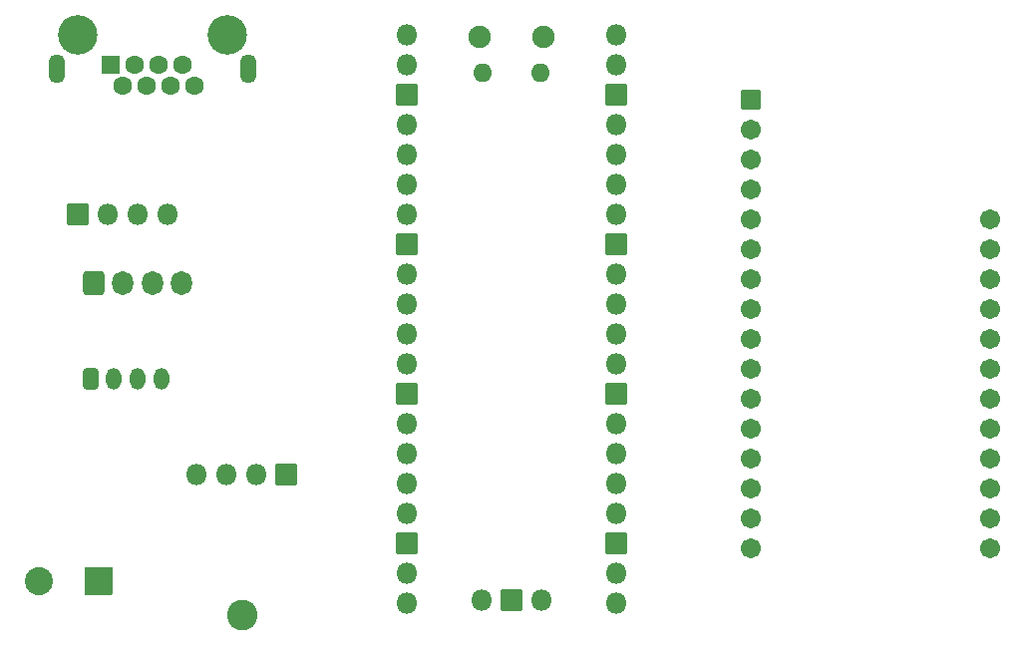
<source format=gbr>
G04 #@! TF.GenerationSoftware,KiCad,Pcbnew,7.0.1*
G04 #@! TF.CreationDate,2023-08-14T23:43:20-05:00*
G04 #@! TF.ProjectId,ControlInputTestRP2040Pico,436f6e74-726f-46c4-996e-707574546573,rev?*
G04 #@! TF.SameCoordinates,Original*
G04 #@! TF.FileFunction,Soldermask,Bot*
G04 #@! TF.FilePolarity,Negative*
%FSLAX46Y46*%
G04 Gerber Fmt 4.6, Leading zero omitted, Abs format (unit mm)*
G04 Created by KiCad (PCBNEW 7.0.1) date 2023-08-14 23:43:20*
%MOMM*%
%LPD*%
G01*
G04 APERTURE LIST*
G04 Aperture macros list*
%AMRoundRect*
0 Rectangle with rounded corners*
0 $1 Rounding radius*
0 $2 $3 $4 $5 $6 $7 $8 $9 X,Y pos of 4 corners*
0 Add a 4 corners polygon primitive as box body*
4,1,4,$2,$3,$4,$5,$6,$7,$8,$9,$2,$3,0*
0 Add four circle primitives for the rounded corners*
1,1,$1+$1,$2,$3*
1,1,$1+$1,$4,$5*
1,1,$1+$1,$6,$7*
1,1,$1+$1,$8,$9*
0 Add four rect primitives between the rounded corners*
20,1,$1+$1,$2,$3,$4,$5,0*
20,1,$1+$1,$4,$5,$6,$7,0*
20,1,$1+$1,$6,$7,$8,$9,0*
20,1,$1+$1,$8,$9,$2,$3,0*%
%AMHorizOval*
0 Thick line with rounded ends*
0 $1 width*
0 $2 $3 position (X,Y) of the first rounded end (center of the circle)*
0 $4 $5 position (X,Y) of the second rounded end (center of the circle)*
0 Add line between two ends*
20,1,$1,$2,$3,$4,$5,0*
0 Add two circle primitives to create the rounded ends*
1,1,$1,$2,$3*
1,1,$1,$4,$5*%
G04 Aperture macros list end*
%ADD10C,3.352000*%
%ADD11RoundRect,0.051000X0.750000X0.750000X-0.750000X0.750000X-0.750000X-0.750000X0.750000X-0.750000X0*%
%ADD12C,1.602000*%
%ADD13O,1.361000X2.464000*%
%ADD14RoundRect,0.051000X-0.800000X0.800000X-0.800000X-0.800000X0.800000X-0.800000X0.800000X0.800000X0*%
%ADD15C,1.702000*%
%ADD16RoundRect,0.051000X1.143000X1.143000X-1.143000X1.143000X-1.143000X-1.143000X1.143000X-1.143000X0*%
%ADD17C,2.388000*%
%ADD18HorizOval,2.602000X0.000000X0.000000X0.000000X0.000000X0*%
%ADD19RoundRect,0.051000X-0.850000X0.850000X-0.850000X-0.850000X0.850000X-0.850000X0.850000X0.850000X0*%
%ADD20O,1.802000X1.802000*%
%ADD21O,1.902000X1.902000*%
%ADD22O,1.602000X1.602000*%
%ADD23RoundRect,0.051000X-0.850000X-0.850000X0.850000X-0.850000X0.850000X0.850000X-0.850000X0.850000X0*%
%ADD24RoundRect,0.301000X-0.600000X-0.725000X0.600000X-0.725000X0.600000X0.725000X-0.600000X0.725000X0*%
%ADD25O,1.802000X2.052000*%
%ADD26RoundRect,0.051000X0.850000X-0.850000X0.850000X0.850000X-0.850000X0.850000X-0.850000X-0.850000X0*%
%ADD27RoundRect,0.301000X-0.350000X-0.625000X0.350000X-0.625000X0.350000X0.625000X-0.350000X0.625000X0*%
%ADD28O,1.302000X1.852000*%
G04 APERTURE END LIST*
D10*
X125730000Y-97790000D03*
X113030000Y-97790000D03*
D11*
X115830700Y-100330000D03*
D12*
X116850700Y-102110000D03*
X117860700Y-100330000D03*
X118880700Y-102110000D03*
X119890700Y-100330000D03*
X120910700Y-102110000D03*
X121920700Y-100330000D03*
X122940700Y-102110000D03*
D13*
X127510000Y-100691950D03*
X111250000Y-100691950D03*
D14*
X170207940Y-103278940D03*
D15*
X170207940Y-105818940D03*
X170207940Y-108358940D03*
X170207940Y-110898940D03*
X170207940Y-113438940D03*
X170207940Y-115978940D03*
X170207940Y-118518940D03*
X170207940Y-121058940D03*
X170207940Y-123598940D03*
X170207940Y-126138940D03*
X170207940Y-128678940D03*
X170207940Y-131218940D03*
X170207940Y-133758940D03*
X170207940Y-136298940D03*
X170207940Y-138838940D03*
X170207940Y-141378940D03*
X190507940Y-141378940D03*
X190507940Y-138838940D03*
X190507940Y-136298940D03*
X190507940Y-133758940D03*
X190507940Y-131218940D03*
X190507940Y-128678940D03*
X190507940Y-126138940D03*
X190507940Y-123598940D03*
X190507940Y-121058940D03*
X190507940Y-118518940D03*
X190507940Y-115978940D03*
X190507940Y-113438940D03*
D16*
X114781900Y-144167000D03*
D17*
X109701900Y-144167000D03*
D18*
X127000000Y-147066000D03*
D19*
X130771900Y-135107000D03*
D20*
X128231900Y-135107000D03*
X125691900Y-135107000D03*
X123151900Y-135107000D03*
D21*
X147135000Y-97920000D03*
D22*
X147435000Y-100950000D03*
X152285000Y-100950000D03*
D21*
X152585000Y-97920000D03*
D20*
X140970000Y-97790000D03*
X140970000Y-100330000D03*
D23*
X140970000Y-102870000D03*
D20*
X140970000Y-105410000D03*
X140970000Y-107950000D03*
X140970000Y-110490000D03*
X140970000Y-113030000D03*
D23*
X140970000Y-115570000D03*
D20*
X140970000Y-118110000D03*
X140970000Y-120650000D03*
X140970000Y-123190000D03*
X140970000Y-125730000D03*
D23*
X140970000Y-128270000D03*
D20*
X140970000Y-130810000D03*
X140970000Y-133350000D03*
X140970000Y-135890000D03*
X140970000Y-138430000D03*
D23*
X140970000Y-140970000D03*
D20*
X140970000Y-143510000D03*
X140970000Y-146050000D03*
X158750000Y-146050000D03*
X158750000Y-143510000D03*
D23*
X158750000Y-140970000D03*
D20*
X158750000Y-138430000D03*
X158750000Y-135890000D03*
X158750000Y-133350000D03*
X158750000Y-130810000D03*
D23*
X158750000Y-128270000D03*
D20*
X158750000Y-125730000D03*
X158750000Y-123190000D03*
X158750000Y-120650000D03*
X158750000Y-118110000D03*
D23*
X158750000Y-115570000D03*
D20*
X158750000Y-113030000D03*
X158750000Y-110490000D03*
X158750000Y-107950000D03*
X158750000Y-105410000D03*
D23*
X158750000Y-102870000D03*
D20*
X158750000Y-100330000D03*
X158750000Y-97790000D03*
X147320000Y-145820000D03*
D23*
X149860000Y-145820000D03*
D20*
X152400000Y-145820000D03*
D24*
X114360000Y-118855000D03*
D25*
X116860000Y-118855000D03*
X119360000Y-118855000D03*
X121860000Y-118855000D03*
D26*
X113030000Y-113030000D03*
D20*
X115570000Y-113030000D03*
X118110000Y-113030000D03*
X120650000Y-113030000D03*
D27*
X114110000Y-127000000D03*
D28*
X116110000Y-127000000D03*
X118110000Y-127000000D03*
X120110000Y-127000000D03*
M02*

</source>
